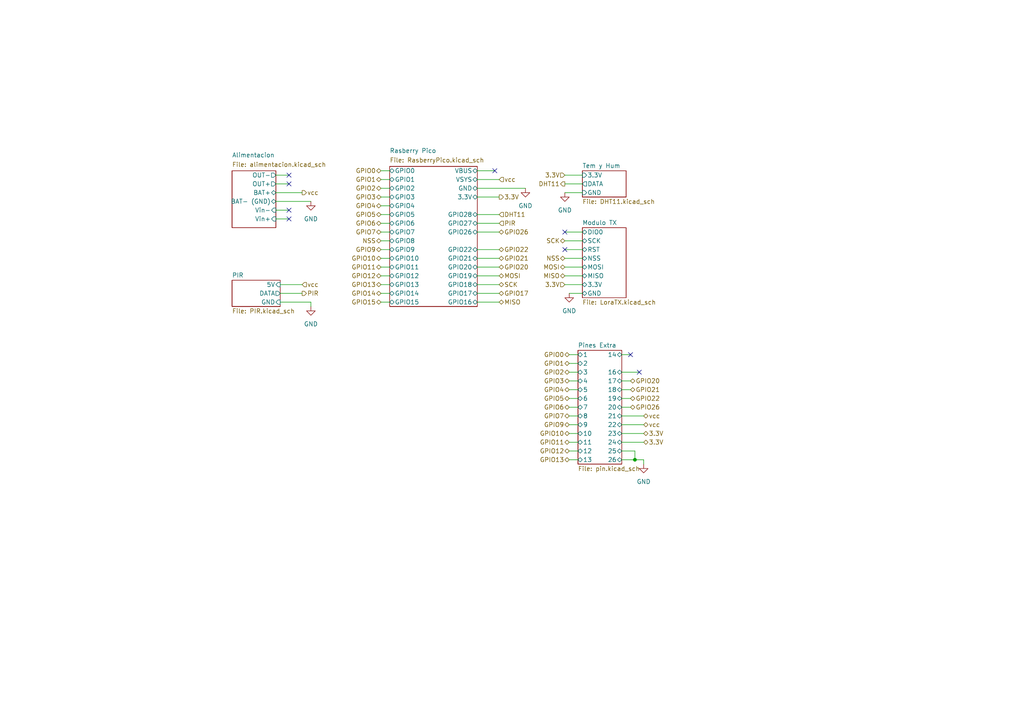
<source format=kicad_sch>
(kicad_sch (version 20230121) (generator eeschema)
  (paper "A4")
  (title_block (title " Sensores Tx") (date "2023-11-14") (rev "1.0") (company "UNAL - Diseño de sistemas electrónicos") (comment 1 "juacastropa - dvamayav"))
  (lib_symbols
    (symbol "power:GND" (power) (pin_names (offset 0))
      (property "Value" "GND" (at 0 -3.81 0))
      (symbol "GND_0_1"
        (polyline (pts (xy 0 0) (xy 0 -1.27) (xy 1.27 -1.27) (xy 0 -2.54) (xy -1.27 -1.27) (xy 0 -1.27)))
      )
      (symbol "GND_1_1"
        (pin power_in line (at 0 0 270) (length 0) hide (name "GND") (number "1"))
      )
    )
  )
  (junction (at 184.15 133.35))
  (no_connect (at 163.83 67.31))
  (no_connect (at 185.42 107.95))
  (no_connect (at 182.88 102.87))
  (no_connect (at 83.82 63.5))
  (no_connect (at 83.82 53.34))
  (no_connect (at 143.51 49.53))
  (no_connect (at 163.83 72.39))
  (no_connect (at 83.82 50.8))
  (no_connect (at 83.82 60.96))
  (wire (pts (xy 180.34 113.03) (xy 182.88 113.03)))
  (wire (pts (xy 138.43 52.07) (xy 144.78 52.07)))
  (wire (pts (xy 81.28 85.09) (xy 87.63 85.09)))
  (wire (pts (xy 138.43 67.31) (xy 144.78 67.31)))
  (wire (pts (xy 165.1 102.87) (xy 167.64 102.87)))
  (wire (pts (xy 180.34 110.49) (xy 182.88 110.49)))
  (wire (pts (xy 163.83 55.88) (xy 168.91 55.88)))
  (wire (pts (xy 81.28 82.55) (xy 87.63 82.55)))
  (wire (pts (xy 80.01 55.88) (xy 87.63 55.88)))
  (wire (pts (xy 110.49 64.77) (xy 113.03 64.77)))
  (wire (pts (xy 163.83 69.85) (xy 168.91 69.85)))
  (wire (pts (xy 138.43 77.47) (xy 144.78 77.47)))
  (wire (pts (xy 163.83 82.55) (xy 168.91 82.55)))
  (wire (pts (xy 138.43 74.93) (xy 144.78 74.93)))
  (wire (pts (xy 165.1 125.73) (xy 167.64 125.73)))
  (wire (pts (xy 110.49 59.69) (xy 113.03 59.69)))
  (wire (pts (xy 138.43 80.01) (xy 144.78 80.01)))
  (wire (pts (xy 110.49 67.31) (xy 113.03 67.31)))
  (wire (pts (xy 138.43 72.39) (xy 144.78 72.39)))
  (wire (pts (xy 163.83 77.47) (xy 168.91 77.47)))
  (wire (pts (xy 163.83 50.8) (xy 168.91 50.8)))
  (wire (pts (xy 186.69 133.35) (xy 186.69 134.62)))
  (wire (pts (xy 138.43 85.09) (xy 144.78 85.09)))
  (wire (pts (xy 180.34 107.95) (xy 185.42 107.95)))
  (wire (pts (xy 80.01 63.5) (xy 83.82 63.5)))
  (wire (pts (xy 163.83 72.39) (xy 168.91 72.39)))
  (wire (pts (xy 110.49 52.07) (xy 113.03 52.07)))
  (wire (pts (xy 180.34 128.27) (xy 186.69 128.27)))
  (wire (pts (xy 180.34 133.35) (xy 184.15 133.35)))
  (wire (pts (xy 163.83 74.93) (xy 168.91 74.93)))
  (wire (pts (xy 80.01 50.8) (xy 83.82 50.8)))
  (wire (pts (xy 163.83 67.31) (xy 168.91 67.31)))
  (wire (pts (xy 138.43 54.61) (xy 152.4 54.61)))
  (wire (pts (xy 165.1 115.57) (xy 167.64 115.57)))
  (wire (pts (xy 180.34 115.57) (xy 182.88 115.57)))
  (wire (pts (xy 165.1 113.03) (xy 167.64 113.03)))
  (wire (pts (xy 180.34 120.65) (xy 186.69 120.65)))
  (wire (pts (xy 110.49 74.93) (xy 113.03 74.93)))
  (wire (pts (xy 138.43 82.55) (xy 144.78 82.55)))
  (wire (pts (xy 180.34 118.11) (xy 182.88 118.11)))
  (wire (pts (xy 110.49 80.01) (xy 113.03 80.01)))
  (wire (pts (xy 110.49 87.63) (xy 113.03 87.63)))
  (wire (pts (xy 110.49 72.39) (xy 113.03 72.39)))
  (wire (pts (xy 110.49 82.55) (xy 113.03 82.55)))
  (wire (pts (xy 138.43 62.23) (xy 144.78 62.23)))
  (wire (pts (xy 165.1 105.41) (xy 167.64 105.41)))
  (wire (pts (xy 138.43 64.77) (xy 144.78 64.77)))
  (wire (pts (xy 180.34 102.87) (xy 182.88 102.87)))
  (wire (pts (xy 180.34 123.19) (xy 186.69 123.19)))
  (wire (pts (xy 165.1 123.19) (xy 167.64 123.19)))
  (wire (pts (xy 165.1 110.49) (xy 167.64 110.49)))
  (wire (pts (xy 165.1 120.65) (xy 167.64 120.65)))
  (wire (pts (xy 80.01 60.96) (xy 83.82 60.96)))
  (wire (pts (xy 180.34 125.73) (xy 186.69 125.73)))
  (wire (pts (xy 163.83 80.01) (xy 168.91 80.01)))
  (wire (pts (xy 165.1 128.27) (xy 167.64 128.27)))
  (wire (pts (xy 110.49 49.53) (xy 113.03 49.53)))
  (wire (pts (xy 90.17 88.9) (xy 90.17 87.63)))
  (wire (pts (xy 138.43 49.53) (xy 143.51 49.53)))
  (wire (pts (xy 110.49 69.85) (xy 113.03 69.85)))
  (wire (pts (xy 80.01 53.34) (xy 83.82 53.34)))
  (wire (pts (xy 80.01 58.42) (xy 90.17 58.42)))
  (wire (pts (xy 110.49 77.47) (xy 113.03 77.47)))
  (wire (pts (xy 180.34 130.81) (xy 184.15 130.81)))
  (wire (pts (xy 165.1 118.11) (xy 167.64 118.11)))
  (wire (pts (xy 138.43 87.63) (xy 144.78 87.63)))
  (wire (pts (xy 110.49 85.09) (xy 113.03 85.09)))
  (wire (pts (xy 163.83 53.34) (xy 168.91 53.34)))
  (wire (pts (xy 90.17 87.63) (xy 81.28 87.63)))
  (wire (pts (xy 165.1 130.81) (xy 167.64 130.81)))
  (wire (pts (xy 184.15 130.81) (xy 184.15 133.35)))
  (wire (pts (xy 165.1 85.09) (xy 168.91 85.09)))
  (wire (pts (xy 165.1 133.35) (xy 167.64 133.35)))
  (wire (pts (xy 138.43 57.15) (xy 144.78 57.15)))
  (wire (pts (xy 110.49 54.61) (xy 113.03 54.61)))
  (wire (pts (xy 110.49 57.15) (xy 113.03 57.15)))
  (wire (pts (xy 110.49 62.23) (xy 113.03 62.23)))
  (wire (pts (xy 184.15 133.35) (xy 186.69 133.35)))
  (wire (pts (xy 165.1 107.95) (xy 167.64 107.95)))
  (hierarchical_label "GPIO1" (shape bidirectional) (at 110.49 52.07 180))
  (hierarchical_label "vcc" (shape input) (at 87.63 82.55 0))
  (hierarchical_label "GPIO20" (shape bidirectional) (at 144.78 77.47 0))
  (hierarchical_label "GPIO17" (shape bidirectional) (at 144.78 85.09 0))
  (hierarchical_label "3.3V" (shape input) (at 163.83 82.55 180))
  (hierarchical_label "PIR" (shape output) (at 87.63 85.09 0))
  (hierarchical_label "vcc" (shape bidirectional) (at 186.69 120.65 0))
  (hierarchical_label "GPIO12" (shape bidirectional) (at 165.1 130.81 180))
  (hierarchical_label "MOSI" (shape bidirectional) (at 163.83 77.47 180))
  (hierarchical_label "3.3V" (shape bidirectional) (at 186.69 125.73 0))
  (hierarchical_label "GPIO13" (shape bidirectional) (at 165.1 133.35 180))
  (hierarchical_label "GPIO21" (shape bidirectional) (at 144.78 74.93 0))
  (hierarchical_label "GPIO5" (shape bidirectional) (at 165.1 115.57 180))
  (hierarchical_label "GPIO21" (shape bidirectional) (at 182.88 113.03 0))
  (hierarchical_label "MISO" (shape bidirectional) (at 144.78 87.63 0))
  (hierarchical_label "vcc" (shape output) (at 87.63 55.88 0))
  (hierarchical_label "GPIO9" (shape bidirectional) (at 165.1 123.19 180))
  (hierarchical_label "NSS" (shape bidirectional) (at 110.49 69.85 180))
  (hierarchical_label "GPIO6" (shape bidirectional) (at 110.49 64.77 180))
  (hierarchical_label "GPIO5" (shape bidirectional) (at 110.49 62.23 180))
  (hierarchical_label "NSS" (shape bidirectional) (at 163.83 74.93 180))
  (hierarchical_label "GPIO1" (shape bidirectional) (at 165.1 105.41 180))
  (hierarchical_label "3.3V" (shape output) (at 144.78 57.15 0))
  (hierarchical_label "GPIO10" (shape bidirectional) (at 165.1 125.73 180))
  (hierarchical_label "GPIO2" (shape bidirectional) (at 110.49 54.61 180))
  (hierarchical_label "GPIO13" (shape bidirectional) (at 110.49 82.55 180))
  (hierarchical_label "GPIO3" (shape bidirectional) (at 110.49 57.15 180))
  (hierarchical_label "GPIO10" (shape bidirectional) (at 110.49 74.93 180))
  (hierarchical_label "GPIO22" (shape bidirectional) (at 144.78 72.39 0))
  (hierarchical_label "3.3V" (shape input) (at 163.83 50.8 180))
  (hierarchical_label "PIR" (shape input) (at 144.78 64.77 0))
  (hierarchical_label "GPIO14" (shape bidirectional) (at 110.49 85.09 180))
  (hierarchical_label "vcc" (shape input) (at 144.78 52.07 0))
  (hierarchical_label "SCK" (shape bidirectional) (at 144.78 82.55 0))
  (hierarchical_label "GPIO20" (shape bidirectional) (at 182.88 110.49 0))
  (hierarchical_label "vcc" (shape bidirectional) (at 186.69 123.19 0))
  (hierarchical_label "GPIO22" (shape bidirectional) (at 182.88 115.57 0))
  (hierarchical_label "GPIO0" (shape bidirectional) (at 165.1 102.87 180))
  (hierarchical_label "GPIO11" (shape bidirectional) (at 110.49 77.47 180))
  (hierarchical_label "GPIO11" (shape bidirectional) (at 165.1 128.27 180))
  (hierarchical_label "GPIO26" (shape bidirectional) (at 144.78 67.31 0))
  (hierarchical_label "MISO" (shape bidirectional) (at 163.83 80.01 180))
  (hierarchical_label "DHT11" (shape input) (at 144.78 62.23 0))
  (hierarchical_label "GPIO3" (shape bidirectional) (at 165.1 110.49 180))
  (hierarchical_label "MOSI" (shape bidirectional) (at 144.78 80.01 0))
  (hierarchical_label "GPIO4" (shape bidirectional) (at 165.1 113.03 180))
  (hierarchical_label "GPIO0" (shape bidirectional) (at 110.49 49.53 180))
  (hierarchical_label "GPIO12" (shape bidirectional) (at 110.49 80.01 180))
  (hierarchical_label "GPIO9" (shape bidirectional) (at 110.49 72.39 180))
  (hierarchical_label "SCK" (shape bidirectional) (at 163.83 69.85 180))
  (hierarchical_label "GPIO7" (shape bidirectional) (at 165.1 120.65 180))
  (hierarchical_label "GPIO6" (shape bidirectional) (at 165.1 118.11 180))
  (hierarchical_label "GPIO15" (shape bidirectional) (at 110.49 87.63 180))
  (hierarchical_label "GPIO26" (shape bidirectional) (at 182.88 118.11 0))
  (hierarchical_label "GPIO2" (shape bidirectional) (at 165.1 107.95 180))
  (hierarchical_label "3.3V" (shape bidirectional) (at 186.69 128.27 0))
  (hierarchical_label "GPIO7" (shape bidirectional) (at 110.49 67.31 180))
  (hierarchical_label "GPIO4" (shape bidirectional) (at 110.49 59.69 180))
  (hierarchical_label "DHT11" (shape output) (at 163.83 53.34 180))
  (symbol (lib_id "power:GND") (at 165.1 85.09 0) (unit 1)
    (property "Reference" "#PWR06" (effects hide))
    (property "Value" "GND" (at 165.1 90.17 0))
  )
  (symbol (lib_id "power:GND") (at 90.17 58.42 0) (unit 1)
    (property "Reference" "#PWR02" (effects hide))
    (property "Value" "GND" (at 90.17 63.5 0))
  )
  (symbol (lib_id "power:GND") (at 186.69 134.62 0) (unit 1)
    (property "Reference" "#PWR07" (effects hide))
    (property "Value" "GND" (at 186.69 139.7 0))
  )
  (symbol (lib_id "power:GND") (at 152.4 54.61 0) (unit 1)
    (property "Reference" "#PWR03" (effects hide))
    (property "Value" "GND" (at 152.4 59.69 0))
  )
  (symbol (lib_id "power:GND") (at 163.83 55.88 0) (unit 1)
    (property "Reference" "#PWR05" (effects hide))
    (property "Value" "GND" (at 163.83 60.96 0))
  )
  (symbol (lib_id "power:GND") (at 90.17 88.9 0) (unit 1)
    (property "Reference" "#PWR04" (effects hide))
    (property "Value" "GND" (at 90.17 93.98 0))
  )
  (sheet (at 113.03 48.26) (size 25.4 40.64) (stroke (width 0.1524))
    (property "Sheetname" "Rasberry Pico" (at 113.03 44.45 0) (effects (justify left bottom)))
    (property "Sheetfile" "RasberryPico.kicad_sch" (at 113.03 45.72 0) (effects (justify left top)))
    (pin "GPIO10" bidirectional (at 113.03 74.93 180))
    (pin "GPIO11" bidirectional (at 113.03 77.47 180))
    (pin "GPIO12" bidirectional (at 113.03 80.01 180))
    (pin "GPIO13" bidirectional (at 113.03 82.55 180))
    (pin "GPIO0" bidirectional (at 113.03 49.53 180))
    (pin "GPIO1" bidirectional (at 113.03 52.07 180))
    (pin "GPIO2" bidirectional (at 113.03 54.61 180))
    (pin "GPIO8" bidirectional (at 113.03 69.85 180))
    (pin "GPIO9" bidirectional (at 113.03 72.39 180))
    (pin "GPIO3" bidirectional (at 113.03 57.15 180))
    (pin "GPIO4" bidirectional (at 113.03 59.69 180))
    (pin "GPIO5" bidirectional (at 113.03 62.23 180))
    (pin "GPIO6" bidirectional (at 113.03 64.77 180))
    (pin "GPIO7" bidirectional (at 113.03 67.31 180))
    (pin "3.3V" bidirectional (at 138.43 57.15 0))
    (pin "GPIO14" bidirectional (at 113.03 85.09 180))
    (pin "GPIO15" bidirectional (at 113.03 87.63 180))
    (pin "GPIO16" bidirectional (at 138.43 87.63 0))
    (pin "GPIO17" bidirectional (at 138.43 85.09 0))
    (pin "GPIO18" bidirectional (at 138.43 82.55 0))
    (pin "GPIO19" bidirectional (at 138.43 80.01 0))
    (pin "GPIO20" bidirectional (at 138.43 77.47 0))
    (pin "GPIO21" bidirectional (at 138.43 74.93 0))
    (pin "GPIO22" bidirectional (at 138.43 72.39 0))
    (pin "GPIO26" bidirectional (at 138.43 67.31 0))
    (pin "GPIO27" bidirectional (at 138.43 64.77 0))
    (pin "VSYS" bidirectional (at 138.43 52.07 0))
    (pin "VBUS" bidirectional (at 138.43 49.53 0))
    (pin "GPIO28" bidirectional (at 138.43 62.23 0))
    (pin "GND" bidirectional (at 138.43 54.61 0))
  )
  (sheet (at 168.91 49.53) (size 12.7 7.62) (stroke (width 0.1524))
    (property "Sheetname" "Tem y Hum" (at 168.91 48.8184 0) (effects (justify left bottom)))
    (property "Sheetfile" "DHT11.kicad_sch" (at 168.91 57.7346 0) (effects (justify left top)))
    (pin "3.3V" input (at 168.91 50.8 180))
    (pin "DATA" output (at 168.91 53.34 180))
    (pin "GND" input (at 168.91 55.88 180))
  )
  (sheet (at 167.64 101.6) (size 12.7 33.02) (stroke (width 0.1524))
    (property "Sheetname" "Pines Extra" (at 167.64 100.8884 0) (effects (justify left bottom)))
    (property "Sheetfile" "pin.kicad_sch" (at 167.64 135.2046 0) (effects (justify left top)))
    (pin "1" bidirectional (at 167.64 102.87 180))
    (pin "2" bidirectional (at 167.64 105.41 180))
    (pin "3" bidirectional (at 167.64 107.95 180))
    (pin "4" bidirectional (at 167.64 110.49 180))
    (pin "9" bidirectional (at 167.64 123.19 180))
    (pin "5" bidirectional (at 167.64 113.03 180))
    (pin "6" bidirectional (at 167.64 115.57 180))
    (pin "7" bidirectional (at 167.64 118.11 180))
    (pin "8" bidirectional (at 167.64 120.65 180))
    (pin "10" bidirectional (at 167.64 125.73 180))
    (pin "11" bidirectional (at 167.64 128.27 180))
    (pin "12" bidirectional (at 167.64 130.81 180))
    (pin "13" bidirectional (at 167.64 133.35 180))
    (pin "14" bidirectional (at 180.34 102.87 0))
    (pin "16" bidirectional (at 180.34 107.95 0))
    (pin "17" bidirectional (at 180.34 110.49 0))
    (pin "18" bidirectional (at 180.34 113.03 0))
    (pin "19" bidirectional (at 180.34 115.57 0))
    (pin "20" bidirectional (at 180.34 118.11 0))
    (pin "21" bidirectional (at 180.34 120.65 0))
    (pin "24" bidirectional (at 180.34 128.27 0))
    (pin "25" bidirectional (at 180.34 130.81 0))
    (pin "26" bidirectional (at 180.34 133.35 0))
    (pin "22" bidirectional (at 180.34 123.19 0))
    (pin "23" bidirectional (at 180.34 125.73 0))
  )
  (sheet (at 67.31 49.53) (size 12.7 16.51) (stroke (width 0.1524))
    (property "Sheetname" "Alimentacion" (at 67.31 45.72 0) (effects (justify left bottom)))
    (property "Sheetfile" "alimentacion.kicad_sch" (at 67.31 46.99 0) (effects (justify left top)))
    (pin "Vin-" input (at 80.01 60.96 0))
    (pin "BAT+" bidirectional (at 80.01 55.88 0))
    (pin "OUT-" output (at 80.01 50.8 0))
    (pin "OUT+" output (at 80.01 53.34 0))
    (pin "BAT- (GND)" bidirectional (at 80.01 58.42 0))
    (pin "Vin+" input (at 80.01 63.5 0))
  )
  (sheet (at 168.91 66.04) (size 12.7 20.32) (stroke (width 0.1524))
    (property "Sheetname" "Modulo TX" (at 168.91 65.3284 0) (effects (justify left bottom)))
    (property "Sheetfile" "LoraTX.kicad_sch" (at 168.91 86.9446 0) (effects (justify left top)))
    (pin "GND" bidirectional (at 168.91 85.09 180))
    (pin "3.3V" bidirectional (at 168.91 82.55 180))
    (pin "RST" bidirectional (at 168.91 72.39 180))
    (pin "NSS" bidirectional (at 168.91 74.93 180))
    (pin "MOSI" bidirectional (at 168.91 77.47 180))
    (pin "MISO" bidirectional (at 168.91 80.01 180))
    (pin "DIO0" bidirectional (at 168.91 67.31 180))
    (pin "SCK" bidirectional (at 168.91 69.85 180))
  )
  (sheet (at 67.31 81.28) (size 13.97 7.62) (stroke (width 0.1524))
    (property "Sheetname" "PIR" (at 67.31 80.5684 0) (effects (justify left bottom)))
    (property "Sheetfile" "PIR.kicad_sch" (at 67.31 89.4846 0) (effects (justify left top)))
    (pin "5V" input (at 81.28 82.55 0))
    (pin "GND" input (at 81.28 87.63 0))
    (pin "DATA" output (at 81.28 85.09 0))
  )
)
</source>
